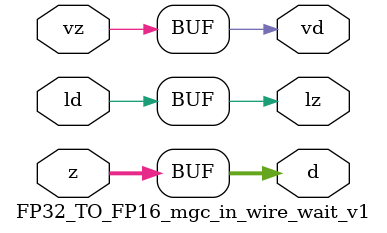
<source format=v>
module FP32_TO_FP16_mgc_in_wire_wait_v1 (ld, vd, d, lz, vz, z);
  parameter integer rscid = 1;
  parameter integer width = 8;
  input ld;
  output vd;
  output [width-1:0] d;
  output lz;
  input vz;
  input [width-1:0] z;
  wire vd;
  wire [width-1:0] d;
  wire lz;
  assign d = z;
  assign lz = ld;
  assign vd = vz;
endmodule
</source>
